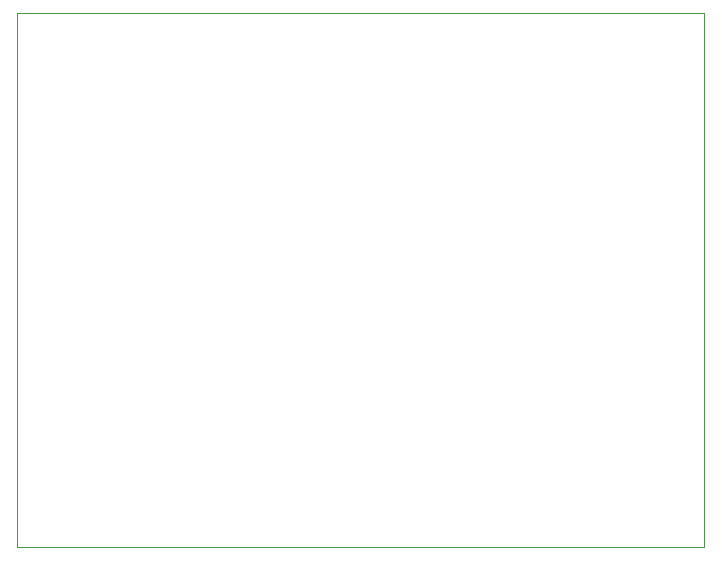
<source format=gbr>
%TF.GenerationSoftware,KiCad,Pcbnew,(5.1.9)-1*%
%TF.CreationDate,2021-05-20T14:34:39+02:00*%
%TF.ProjectId,ColorAce,436f6c6f-7241-4636-952e-6b696361645f,rev?*%
%TF.SameCoordinates,Original*%
%TF.FileFunction,Profile,NP*%
%FSLAX46Y46*%
G04 Gerber Fmt 4.6, Leading zero omitted, Abs format (unit mm)*
G04 Created by KiCad (PCBNEW (5.1.9)-1) date 2021-05-20 14:34:39*
%MOMM*%
%LPD*%
G01*
G04 APERTURE LIST*
%TA.AperFunction,Profile*%
%ADD10C,0.050000*%
%TD*%
G04 APERTURE END LIST*
D10*
X89662000Y-137668000D02*
X89662000Y-92456000D01*
X147828000Y-137668000D02*
X89662000Y-137668000D01*
X147828000Y-92456000D02*
X147828000Y-137668000D01*
X89662000Y-92456000D02*
X147828000Y-92456000D01*
M02*

</source>
